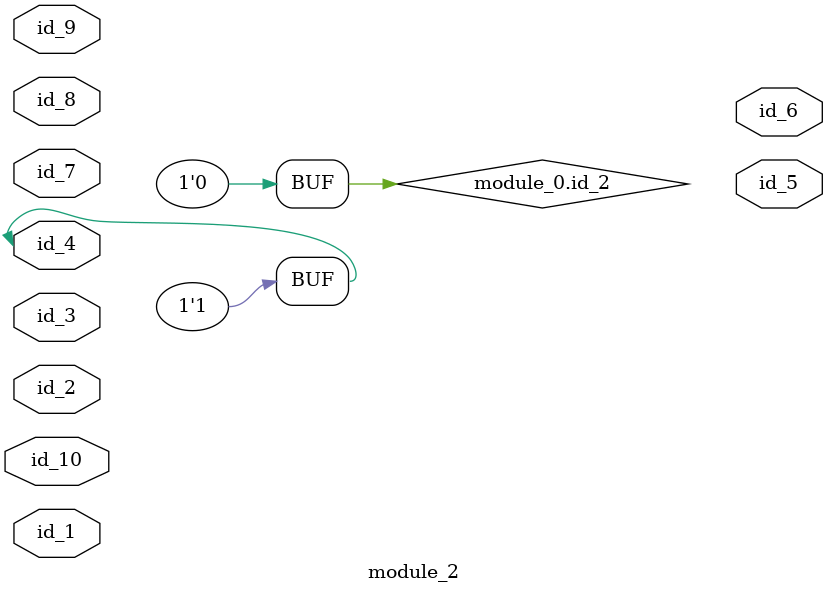
<source format=v>
module module_0 (
    id_1,
    id_2,
    id_3,
    id_4
);
  output wire id_4;
  output wire id_3;
  inout wire id_2;
  inout wire id_1;
  assign id_2 = 1 - id_1;
  module_2 modCall_1 (
      id_2,
      id_1,
      id_1,
      id_2,
      id_3,
      id_4,
      id_2,
      id_2,
      id_2,
      id_1
  );
  assign module_1.id_1 = 0;
endmodule
module module_1 (
    id_1
);
  inout wire id_1;
  assign id_1 = 1'b0;
  module_0 modCall_1 (
      id_1,
      id_1,
      id_1,
      id_1
  );
endmodule
module module_2 (
    id_1,
    id_2,
    id_3,
    id_4,
    id_5,
    id_6,
    id_7,
    id_8,
    id_9,
    id_10
);
  inout wire id_10;
  input wire id_9;
  input wire id_8;
  input wire id_7;
  output wire id_6;
  output wire id_5;
  inout wire id_4;
  input wire id_3;
  input wire id_2;
  inout wire id_1;
  wire id_11;
  assign module_0.id_2 = 0;
  assign id_4 = 1;
endmodule

</source>
